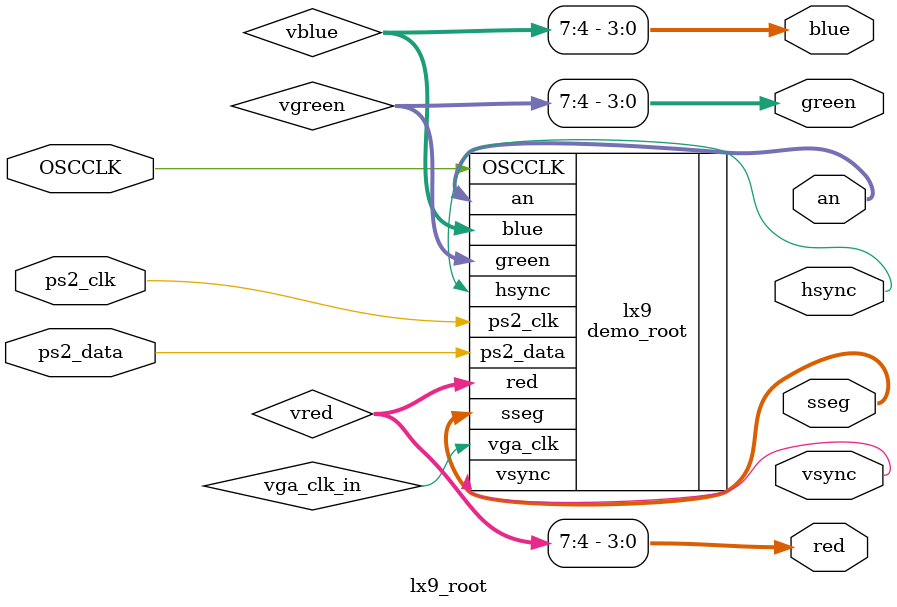
<source format=v>
`timescale 1ns / 1ps
module lx9_root(
            input OSCCLK,
            output hsync,
            output vsync,
            output [3:0] red,
            output [3:0] green,
            output [3:0] blue,
            
            output [7:0] sseg,
            output [3:0] an,
            
            input ps2_clk,
            input ps2_data
            );

// This LX9 doesn't need the pixel clock for something like a D/A converter            
wire vga_clk_in;
           
wire [7:0] vred;
wire [7:0] vgreen;
wire [7:0] vblue;
assign red = vred[7:4];
assign green = vgreen[7:4];
assign blue = vblue[7:4];           
        
demo_root lx9(  .OSCCLK(OSCCLK),
                .hsync(hsync),
                .vsync(vsync),
                .red(vred),
                .green(vgreen),
                .blue(vblue),
                .vga_clk(vga_clk_in),
                .sseg(sseg),
                .an(an),
                .ps2_clk(ps2_clk),
                .ps2_data(ps2_data)
               );
            
endmodule

</source>
